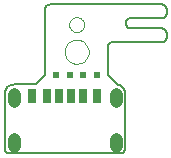
<source format=gtp>
G75*
G70*
%OFA0B0*%
%FSLAX24Y24*%
%IPPOS*%
%LPD*%
%AMOC8*
5,1,8,0,0,1.08239X$1,22.5*
%
%ADD10C,0.0050*%
%ADD11C,0.0000*%
%ADD12R,0.0220X0.0197*%
%ADD13R,0.0315X0.0472*%
%ADD14R,0.0250X0.0472*%
%ADD15C,0.0004*%
%ADD16C,0.0433*%
D10*
X007438Y001887D02*
X007438Y003737D01*
X007440Y003771D01*
X007446Y003804D01*
X007455Y003836D01*
X007468Y003867D01*
X007484Y003897D01*
X007503Y003924D01*
X007526Y003949D01*
X007551Y003972D01*
X007578Y003991D01*
X007608Y004007D01*
X007639Y004020D01*
X007671Y004029D01*
X007704Y004035D01*
X007738Y004037D01*
X008481Y004037D01*
X008781Y004337D01*
X008781Y006554D01*
X008783Y006577D01*
X008788Y006600D01*
X008797Y006622D01*
X008810Y006642D01*
X008825Y006660D01*
X008843Y006675D01*
X008863Y006688D01*
X008885Y006697D01*
X008908Y006702D01*
X008931Y006704D01*
X012681Y006704D01*
X012704Y006702D01*
X012727Y006697D01*
X012749Y006688D01*
X012769Y006675D01*
X012787Y006660D01*
X012802Y006642D01*
X012815Y006622D01*
X012824Y006600D01*
X012829Y006577D01*
X012831Y006554D01*
X012831Y006404D01*
X012829Y006381D01*
X012824Y006358D01*
X012815Y006336D01*
X012802Y006316D01*
X012787Y006298D01*
X012769Y006283D01*
X012749Y006270D01*
X012727Y006261D01*
X012704Y006256D01*
X012681Y006254D01*
X011631Y006254D01*
X011608Y006252D01*
X011585Y006247D01*
X011563Y006238D01*
X011543Y006225D01*
X011525Y006210D01*
X011510Y006192D01*
X011497Y006172D01*
X011488Y006150D01*
X011483Y006127D01*
X011481Y006104D01*
X011481Y006054D01*
X011483Y006031D01*
X011488Y006008D01*
X011497Y005986D01*
X011510Y005966D01*
X011525Y005948D01*
X011543Y005933D01*
X011563Y005920D01*
X011585Y005911D01*
X011608Y005906D01*
X011631Y005904D01*
X012681Y005904D01*
X012704Y005902D01*
X012727Y005897D01*
X012749Y005888D01*
X012769Y005875D01*
X012787Y005860D01*
X012802Y005842D01*
X012815Y005822D01*
X012824Y005800D01*
X012829Y005777D01*
X012831Y005754D01*
X012831Y005604D01*
X012829Y005581D01*
X012824Y005558D01*
X012815Y005536D01*
X012802Y005516D01*
X012787Y005498D01*
X012769Y005483D01*
X012749Y005470D01*
X012727Y005461D01*
X012704Y005456D01*
X012681Y005454D01*
X011031Y005454D01*
X011008Y005452D01*
X010985Y005447D01*
X010963Y005438D01*
X010943Y005425D01*
X010925Y005410D01*
X010910Y005392D01*
X010897Y005372D01*
X010888Y005350D01*
X010883Y005327D01*
X010881Y005304D01*
X010881Y004337D01*
X011181Y004037D01*
X011182Y004037D02*
X011213Y004033D01*
X011243Y004025D01*
X011272Y004014D01*
X011300Y004000D01*
X011326Y003983D01*
X011351Y003963D01*
X011372Y003940D01*
X011391Y003915D01*
X011407Y003888D01*
X011420Y003860D01*
X011430Y003830D01*
X011436Y003800D01*
X011439Y003768D01*
X011438Y003737D01*
X011438Y001887D01*
X011436Y001864D01*
X011431Y001841D01*
X011422Y001819D01*
X011409Y001799D01*
X011394Y001781D01*
X011376Y001766D01*
X011356Y001753D01*
X011334Y001744D01*
X011311Y001739D01*
X011288Y001737D01*
X007588Y001737D01*
X007565Y001739D01*
X007542Y001744D01*
X007520Y001753D01*
X007500Y001766D01*
X007482Y001781D01*
X007467Y001799D01*
X007454Y001819D01*
X007445Y001841D01*
X007440Y001864D01*
X007438Y001887D01*
D11*
X009431Y005127D02*
X009433Y005167D01*
X009439Y005206D01*
X009449Y005245D01*
X009462Y005282D01*
X009480Y005318D01*
X009501Y005352D01*
X009525Y005384D01*
X009552Y005413D01*
X009582Y005440D01*
X009614Y005463D01*
X009649Y005483D01*
X009685Y005499D01*
X009723Y005512D01*
X009762Y005521D01*
X009801Y005526D01*
X009841Y005527D01*
X009881Y005524D01*
X009920Y005517D01*
X009958Y005506D01*
X009996Y005492D01*
X010031Y005473D01*
X010064Y005452D01*
X010096Y005427D01*
X010124Y005399D01*
X010150Y005369D01*
X010172Y005336D01*
X010191Y005301D01*
X010207Y005264D01*
X010219Y005226D01*
X010227Y005187D01*
X010231Y005147D01*
X010231Y005107D01*
X010227Y005067D01*
X010219Y005028D01*
X010207Y004990D01*
X010191Y004953D01*
X010172Y004918D01*
X010150Y004885D01*
X010124Y004855D01*
X010096Y004827D01*
X010064Y004802D01*
X010031Y004781D01*
X009996Y004762D01*
X009958Y004748D01*
X009920Y004737D01*
X009881Y004730D01*
X009841Y004727D01*
X009801Y004728D01*
X009762Y004733D01*
X009723Y004742D01*
X009685Y004755D01*
X009649Y004771D01*
X009614Y004791D01*
X009582Y004814D01*
X009552Y004841D01*
X009525Y004870D01*
X009501Y004902D01*
X009480Y004936D01*
X009462Y004972D01*
X009449Y005009D01*
X009439Y005048D01*
X009433Y005087D01*
X009431Y005127D01*
X009581Y006031D02*
X009583Y006062D01*
X009589Y006093D01*
X009599Y006123D01*
X009612Y006151D01*
X009629Y006178D01*
X009649Y006202D01*
X009672Y006224D01*
X009697Y006242D01*
X009725Y006257D01*
X009754Y006269D01*
X009784Y006277D01*
X009815Y006281D01*
X009847Y006281D01*
X009878Y006277D01*
X009908Y006269D01*
X009937Y006257D01*
X009965Y006242D01*
X009990Y006224D01*
X010013Y006202D01*
X010033Y006178D01*
X010050Y006151D01*
X010063Y006123D01*
X010073Y006093D01*
X010079Y006062D01*
X010081Y006031D01*
X010079Y006000D01*
X010073Y005969D01*
X010063Y005939D01*
X010050Y005911D01*
X010033Y005884D01*
X010013Y005860D01*
X009990Y005838D01*
X009965Y005820D01*
X009937Y005805D01*
X009908Y005793D01*
X009878Y005785D01*
X009847Y005781D01*
X009815Y005781D01*
X009784Y005785D01*
X009754Y005793D01*
X009725Y005805D01*
X009697Y005820D01*
X009672Y005838D01*
X009649Y005860D01*
X009629Y005884D01*
X009612Y005911D01*
X009599Y005939D01*
X009589Y005969D01*
X009583Y006000D01*
X009581Y006031D01*
D12*
X009605Y004337D03*
X009158Y004337D03*
X010058Y004337D03*
X010505Y004337D03*
D13*
X010520Y003662D03*
X010036Y003662D03*
X008839Y003662D03*
X008355Y003662D03*
D14*
X009241Y003662D03*
X009635Y003662D03*
D15*
X011030Y003733D02*
X011030Y003489D01*
X011031Y003489D02*
X011033Y003469D01*
X011038Y003450D01*
X011047Y003432D01*
X011059Y003416D01*
X011074Y003403D01*
X011091Y003392D01*
X011109Y003385D01*
X011129Y003381D01*
X011149Y003381D01*
X011169Y003385D01*
X011187Y003392D01*
X011204Y003403D01*
X011219Y003416D01*
X011231Y003432D01*
X011240Y003450D01*
X011245Y003469D01*
X011247Y003489D01*
X011247Y003733D01*
X011245Y003753D01*
X011240Y003772D01*
X011231Y003790D01*
X011219Y003806D01*
X011204Y003819D01*
X011187Y003830D01*
X011169Y003837D01*
X011149Y003841D01*
X011129Y003841D01*
X011109Y003837D01*
X011091Y003830D01*
X011074Y003819D01*
X011059Y003806D01*
X011047Y003790D01*
X011038Y003772D01*
X011033Y003753D01*
X011031Y003733D01*
X011030Y002237D02*
X011030Y001993D01*
X011031Y001993D02*
X011033Y001973D01*
X011038Y001954D01*
X011047Y001936D01*
X011059Y001920D01*
X011074Y001907D01*
X011091Y001896D01*
X011109Y001889D01*
X011129Y001885D01*
X011149Y001885D01*
X011169Y001889D01*
X011187Y001896D01*
X011204Y001907D01*
X011219Y001920D01*
X011231Y001936D01*
X011240Y001954D01*
X011245Y001973D01*
X011247Y001993D01*
X011247Y002237D01*
X011245Y002257D01*
X011240Y002276D01*
X011231Y002294D01*
X011219Y002310D01*
X011204Y002323D01*
X011187Y002334D01*
X011169Y002341D01*
X011149Y002345D01*
X011129Y002345D01*
X011109Y002341D01*
X011091Y002334D01*
X011074Y002323D01*
X011059Y002310D01*
X011047Y002294D01*
X011038Y002276D01*
X011033Y002257D01*
X011031Y002237D01*
X007845Y002237D02*
X007845Y001993D01*
X007843Y001973D01*
X007838Y001954D01*
X007829Y001936D01*
X007817Y001920D01*
X007802Y001907D01*
X007785Y001896D01*
X007767Y001889D01*
X007747Y001885D01*
X007727Y001885D01*
X007707Y001889D01*
X007689Y001896D01*
X007672Y001907D01*
X007657Y001920D01*
X007645Y001936D01*
X007636Y001954D01*
X007631Y001973D01*
X007629Y001993D01*
X007629Y002237D01*
X007631Y002257D01*
X007636Y002276D01*
X007645Y002294D01*
X007657Y002310D01*
X007672Y002323D01*
X007689Y002334D01*
X007707Y002341D01*
X007727Y002345D01*
X007747Y002345D01*
X007767Y002341D01*
X007785Y002334D01*
X007802Y002323D01*
X007817Y002310D01*
X007829Y002294D01*
X007838Y002276D01*
X007843Y002257D01*
X007845Y002237D01*
X007845Y003489D02*
X007845Y003733D01*
X007843Y003753D01*
X007838Y003772D01*
X007829Y003790D01*
X007817Y003806D01*
X007802Y003819D01*
X007785Y003830D01*
X007767Y003837D01*
X007747Y003841D01*
X007727Y003841D01*
X007707Y003837D01*
X007689Y003830D01*
X007672Y003819D01*
X007657Y003806D01*
X007645Y003790D01*
X007636Y003772D01*
X007631Y003753D01*
X007629Y003733D01*
X007629Y003489D01*
X007631Y003469D01*
X007636Y003450D01*
X007645Y003432D01*
X007657Y003416D01*
X007672Y003403D01*
X007689Y003392D01*
X007707Y003385D01*
X007727Y003381D01*
X007747Y003381D01*
X007767Y003385D01*
X007785Y003392D01*
X007802Y003403D01*
X007817Y003416D01*
X007829Y003432D01*
X007838Y003450D01*
X007843Y003469D01*
X007845Y003489D01*
D16*
X007737Y003727D02*
X007737Y003727D01*
X007737Y003491D01*
X007737Y003491D01*
X007737Y003727D01*
X007737Y002231D02*
X007737Y002231D01*
X007737Y001995D01*
X007737Y001995D01*
X007737Y002231D01*
X011139Y002231D02*
X011139Y002231D01*
X011139Y001995D01*
X011139Y001995D01*
X011139Y002231D01*
X011139Y003727D02*
X011139Y003727D01*
X011139Y003491D01*
X011139Y003491D01*
X011139Y003727D01*
M02*

</source>
